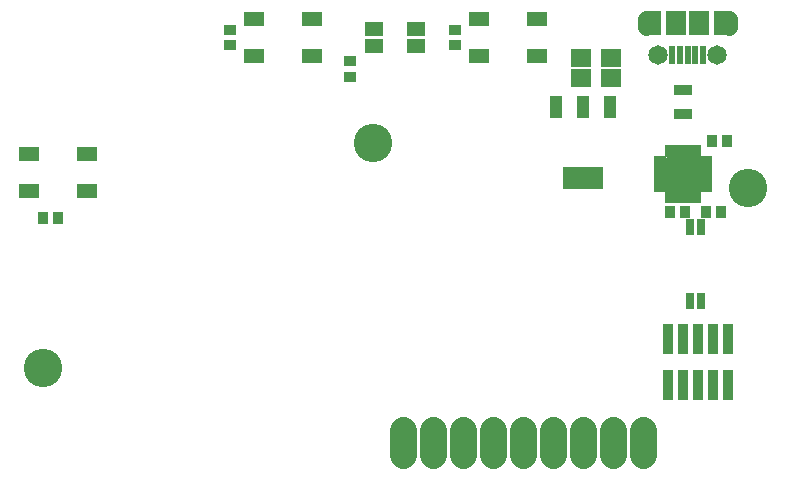
<source format=gbr>
G04 EAGLE Gerber RS-274X export*
G75*
%MOMM*%
%FSLAX34Y34*%
%LPD*%
%INSoldermask Bottom*%
%IPPOS*%
%AMOC8*
5,1,8,0,0,1.08239X$1,22.5*%
G01*
%ADD10C,3.251200*%
%ADD11R,1.703200X1.203200*%
%ADD12R,1.103200X0.903200*%
%ADD13R,1.016000X0.508000*%
%ADD14R,0.508000X1.016000*%
%ADD15R,2.794000X2.794000*%
%ADD16C,0.152400*%
%ADD17R,0.903200X1.103200*%
%ADD18R,1.603200X1.253200*%
%ADD19R,1.703200X1.503200*%
%ADD20R,0.609600X1.549400*%
%ADD21C,1.651000*%
%ADD22R,1.701800X2.108200*%
%ADD23C,1.397000*%
%ADD24R,1.403706X2.108200*%
%ADD25R,1.054000X1.964400*%
%ADD26R,3.354000X1.964400*%
%ADD27R,0.533400X0.965200*%
%ADD28R,0.803200X1.403200*%
%ADD29C,2.298700*%
%ADD30R,0.965200X2.590800*%


D10*
X317500Y279400D03*
X38100Y88900D03*
X635000Y241300D03*
D11*
X407300Y352300D03*
X407300Y384300D03*
X456300Y384300D03*
X456300Y352300D03*
X216800Y352300D03*
X216800Y384300D03*
X265800Y384300D03*
X265800Y352300D03*
D12*
X387350Y361800D03*
X387350Y374800D03*
X196850Y361800D03*
X196850Y374800D03*
D13*
X600075Y265430D03*
X600075Y260350D03*
X600075Y255270D03*
X600075Y250190D03*
X600075Y245110D03*
X600075Y240030D03*
D14*
X593090Y233045D03*
X588010Y233045D03*
X582930Y233045D03*
X577850Y233045D03*
X572770Y233045D03*
X567690Y233045D03*
D13*
X560705Y240030D03*
X560705Y245110D03*
X560705Y250190D03*
X560705Y255270D03*
X560705Y260350D03*
X560705Y265430D03*
D14*
X567690Y272415D03*
X572770Y272415D03*
X577850Y272415D03*
X582930Y272415D03*
X588010Y272415D03*
X593090Y272415D03*
D15*
X580390Y252730D03*
D16*
X594360Y266700D02*
X594360Y238760D01*
X566420Y238760D01*
X566420Y266700D01*
X594360Y266700D01*
D12*
X298450Y348130D03*
X298450Y335130D03*
D17*
X604370Y280670D03*
X617370Y280670D03*
D18*
X318550Y361050D03*
X318550Y375800D03*
X354550Y375800D03*
X354550Y360800D03*
D19*
X519430Y334400D03*
X519430Y351400D03*
D20*
X571184Y353422D03*
X577684Y353422D03*
X584184Y353422D03*
X590684Y353422D03*
X597184Y353422D03*
D21*
X559308Y353314D03*
X609092Y353314D03*
D22*
X574184Y380422D03*
X594184Y380422D03*
D23*
X619184Y383978D02*
X619184Y376866D01*
X549184Y376866D02*
X549184Y383978D01*
D24*
X555184Y380422D03*
X613175Y380422D03*
D25*
X472300Y309650D03*
X495300Y309650D03*
X518300Y309650D03*
D26*
X495300Y249150D03*
D19*
X494030Y334400D03*
X494030Y351400D03*
D27*
X575390Y323977D03*
X580390Y323977D03*
X585390Y323977D03*
X585390Y303403D03*
X580390Y303403D03*
X575390Y303403D03*
D17*
X599290Y220980D03*
X612290Y220980D03*
X581810Y220980D03*
X568810Y220980D03*
D28*
X586050Y208030D03*
X595050Y208030D03*
X586050Y145030D03*
X595050Y145030D03*
D29*
X368300Y35878D02*
X368300Y14923D01*
X393700Y14923D02*
X393700Y35878D01*
X419100Y35878D02*
X419100Y14923D01*
X444500Y14923D02*
X444500Y35878D01*
X469900Y35878D02*
X469900Y14923D01*
X495300Y14923D02*
X495300Y35878D01*
X520700Y35878D02*
X520700Y14923D01*
X546100Y14923D02*
X546100Y35878D01*
D11*
X26300Y238000D03*
X26300Y270000D03*
X75300Y270000D03*
X75300Y238000D03*
D17*
X37950Y215900D03*
X50950Y215900D03*
D30*
X618490Y74030D03*
X618490Y113030D03*
X605790Y74030D03*
X605790Y113030D03*
X593090Y74030D03*
X593090Y113030D03*
X580390Y74030D03*
X580390Y113030D03*
X567690Y74030D03*
X567690Y113030D03*
D29*
X342900Y35878D02*
X342900Y14923D01*
M02*

</source>
